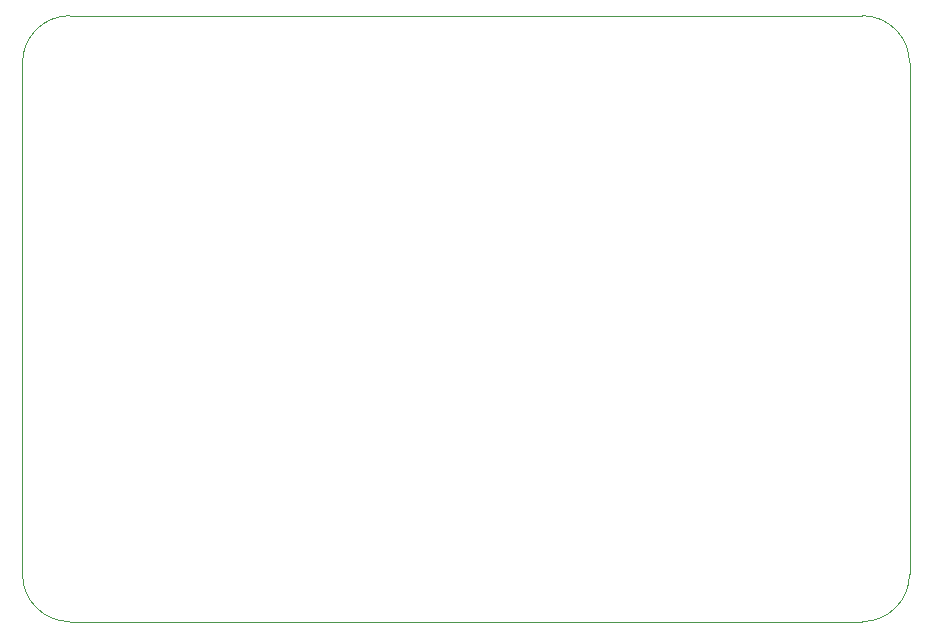
<source format=gbr>
%TF.GenerationSoftware,KiCad,Pcbnew,8.0.2*%
%TF.CreationDate,2024-05-09T08:54:54-04:00*%
%TF.ProjectId,opamp_motor_position,6f70616d-705f-46d6-9f74-6f725f706f73,rev?*%
%TF.SameCoordinates,PX49e8e60PY4862460*%
%TF.FileFunction,Profile,NP*%
%FSLAX46Y46*%
G04 Gerber Fmt 4.6, Leading zero omitted, Abs format (unit mm)*
G04 Created by KiCad (PCBNEW 8.0.2) date 2024-05-09 08:54:54*
%MOMM*%
%LPD*%
G01*
G04 APERTURE LIST*
%TA.AperFunction,Profile*%
%ADD10C,0.050000*%
%TD*%
G04 APERTURE END LIST*
D10*
X1000000Y-5000000D02*
X1000000Y-48300000D01*
X72100000Y-1000000D02*
X5000000Y-1000000D01*
X76100000Y-48300000D02*
X76100000Y-5000000D01*
X5000000Y-52300000D02*
X72100000Y-52300000D01*
X5000000Y-52300000D02*
G75*
G02*
X1000000Y-48300000I0J4000000D01*
G01*
X76100000Y-48300000D02*
G75*
G02*
X72100000Y-52300000I-4000000J0D01*
G01*
X72100000Y-1000000D02*
G75*
G02*
X76100000Y-5000000I0J-4000000D01*
G01*
X1000000Y-5000000D02*
G75*
G02*
X5000000Y-1000000I4000000J0D01*
G01*
M02*

</source>
